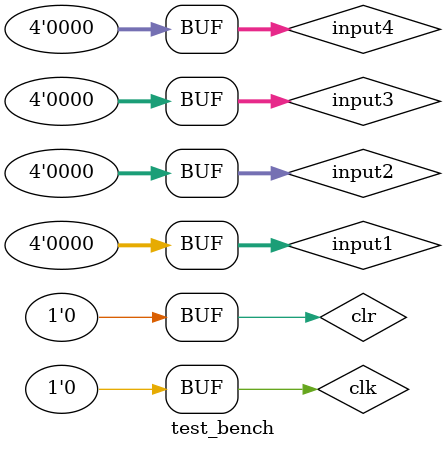
<source format=v>
`timescale 1ns / 1ps


module test_bench;

	// Inputs
	reg clr;
	reg clk;
	reg [3:0] input1;
	reg [3:0] input2;
	reg [3:0] input3;
	reg [3:0] input4;

	// Outputs
	wire a;
	wire b;
	wire c;
	wire d;
	wire e;
	wire f;
	wire g;
	wire [3:0] anode_sig;

	// Instantiate the Unit Under Test (UUT)
	hex_converter uut (
		.clr(clr), 
		.clk(clk), 
		.input1(input1), 
		.input2(input2), 
		.input3(input3), 
		.input4(input4), 
		.a(a), 
		.b(b), 
		.c(c), 
		.d(d), 
		.e(e), 
		.f(f), 
		.g(g), 
		.anode_sig(anode_sig)
	);

	initial begin
		// Initialize Inputs
		clr = 0;
		clk = 0;
		input1 = 0;
		input2 = 0;
		input3 = 0;
		input4 = 0;
		#50;
      
		// Add stimulus here

	end
      
endmodule


</source>
